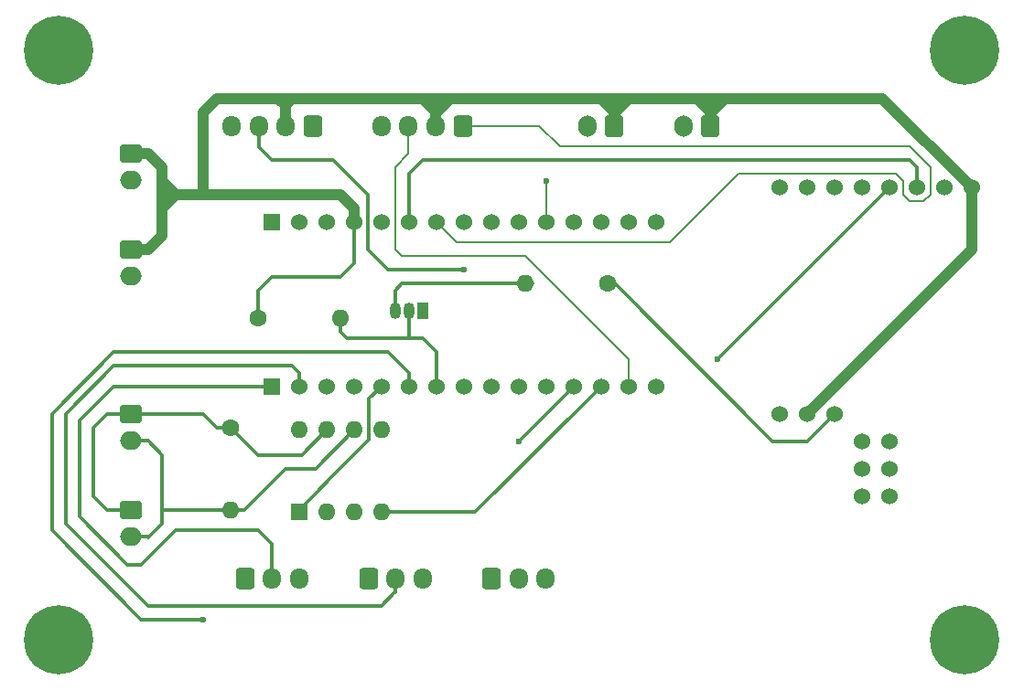
<source format=gbr>
%TF.GenerationSoftware,KiCad,Pcbnew,7.0.5*%
%TF.CreationDate,2023-08-26T23:21:22+09:00*%
%TF.ProjectId,Motherbord_Master,4d6f7468-6572-4626-9f72-645f4d617374,rev?*%
%TF.SameCoordinates,Original*%
%TF.FileFunction,Copper,L1,Top*%
%TF.FilePolarity,Positive*%
%FSLAX46Y46*%
G04 Gerber Fmt 4.6, Leading zero omitted, Abs format (unit mm)*
G04 Created by KiCad (PCBNEW 7.0.5) date 2023-08-26 23:21:22*
%MOMM*%
%LPD*%
G01*
G04 APERTURE LIST*
G04 Aperture macros list*
%AMRoundRect*
0 Rectangle with rounded corners*
0 $1 Rounding radius*
0 $2 $3 $4 $5 $6 $7 $8 $9 X,Y pos of 4 corners*
0 Add a 4 corners polygon primitive as box body*
4,1,4,$2,$3,$4,$5,$6,$7,$8,$9,$2,$3,0*
0 Add four circle primitives for the rounded corners*
1,1,$1+$1,$2,$3*
1,1,$1+$1,$4,$5*
1,1,$1+$1,$6,$7*
1,1,$1+$1,$8,$9*
0 Add four rect primitives between the rounded corners*
20,1,$1+$1,$2,$3,$4,$5,0*
20,1,$1+$1,$4,$5,$6,$7,0*
20,1,$1+$1,$6,$7,$8,$9,0*
20,1,$1+$1,$8,$9,$2,$3,0*%
G04 Aperture macros list end*
%TA.AperFunction,ComponentPad*%
%ADD10RoundRect,0.250000X0.600000X0.725000X-0.600000X0.725000X-0.600000X-0.725000X0.600000X-0.725000X0*%
%TD*%
%TA.AperFunction,ComponentPad*%
%ADD11O,1.700000X1.950000*%
%TD*%
%TA.AperFunction,ComponentPad*%
%ADD12C,0.800000*%
%TD*%
%TA.AperFunction,ComponentPad*%
%ADD13C,6.400000*%
%TD*%
%TA.AperFunction,ComponentPad*%
%ADD14RoundRect,0.250000X0.600000X0.750000X-0.600000X0.750000X-0.600000X-0.750000X0.600000X-0.750000X0*%
%TD*%
%TA.AperFunction,ComponentPad*%
%ADD15O,1.700000X2.000000*%
%TD*%
%TA.AperFunction,ComponentPad*%
%ADD16RoundRect,0.250000X-0.600000X-0.725000X0.600000X-0.725000X0.600000X0.725000X-0.600000X0.725000X0*%
%TD*%
%TA.AperFunction,ComponentPad*%
%ADD17R,1.530000X1.530000*%
%TD*%
%TA.AperFunction,ComponentPad*%
%ADD18C,1.530000*%
%TD*%
%TA.AperFunction,ComponentPad*%
%ADD19RoundRect,0.250000X-0.750000X0.600000X-0.750000X-0.600000X0.750000X-0.600000X0.750000X0.600000X0*%
%TD*%
%TA.AperFunction,ComponentPad*%
%ADD20O,2.000000X1.700000*%
%TD*%
%TA.AperFunction,ComponentPad*%
%ADD21R,1.050000X1.500000*%
%TD*%
%TA.AperFunction,ComponentPad*%
%ADD22O,1.050000X1.500000*%
%TD*%
%TA.AperFunction,ComponentPad*%
%ADD23R,1.600000X1.600000*%
%TD*%
%TA.AperFunction,ComponentPad*%
%ADD24O,1.600000X1.600000*%
%TD*%
%TA.AperFunction,ComponentPad*%
%ADD25C,1.600000*%
%TD*%
%TA.AperFunction,ComponentPad*%
%ADD26C,1.524000*%
%TD*%
%TA.AperFunction,ViaPad*%
%ADD27C,0.600000*%
%TD*%
%TA.AperFunction,Conductor*%
%ADD28C,0.200000*%
%TD*%
%TA.AperFunction,Conductor*%
%ADD29C,1.000000*%
%TD*%
%TA.AperFunction,Conductor*%
%ADD30C,0.300000*%
%TD*%
%TA.AperFunction,Conductor*%
%ADD31C,0.500000*%
%TD*%
G04 APERTURE END LIST*
D10*
%TO.P,J3,1,Pin_1*%
%TO.N,enc_2_b*%
X148470000Y-72390000D03*
D11*
%TO.P,J3,2,Pin_2*%
%TO.N,+5V*%
X145970000Y-72390000D03*
%TO.P,J3,3,Pin_3*%
%TO.N,enc_2_a*%
X143470000Y-72390000D03*
%TO.P,J3,4,Pin_4*%
%TO.N,GND*%
X140970000Y-72390000D03*
%TD*%
D12*
%TO.P,H2,1*%
%TO.N,N/C*%
X192545000Y-120015000D03*
X193247944Y-118317944D03*
X193247944Y-121712056D03*
X194945000Y-117615000D03*
D13*
X194945000Y-120015000D03*
D12*
X194945000Y-122415000D03*
X196642056Y-118317944D03*
X196642056Y-121712056D03*
X197345000Y-120015000D03*
%TD*%
D14*
%TO.P,J5,1,Pin_1*%
%TO.N,+5V*%
X162520000Y-72390000D03*
D15*
%TO.P,J5,2,Pin_2*%
%TO.N,LIM_SW3*%
X160020000Y-72390000D03*
%TD*%
D16*
%TO.P,J9,1,Pin_1*%
%TO.N,Dir1*%
X128350000Y-114300000D03*
D11*
%TO.P,J9,2,Pin_2*%
%TO.N,PWM1*%
X130850000Y-114300000D03*
%TO.P,J9,3,Pin_3*%
%TO.N,GND*%
X133350000Y-114300000D03*
%TD*%
D17*
%TO.P,U1,1,D1/TX*%
%TO.N,PWM1*%
X130810000Y-96520000D03*
D18*
%TO.P,U1,2,D0/RX*%
%TO.N,PWM2*%
X133350000Y-96520000D03*
%TO.P,U1,3,RST*%
%TO.N,unconnected-(U1-RST-Pad3)*%
X135890000Y-96520000D03*
%TO.P,U1,4,GND*%
%TO.N,unconnected-(U1-GND-Pad4)*%
X138430000Y-96520000D03*
%TO.P,U1,5,D2*%
%TO.N,CAN_td*%
X140970000Y-96520000D03*
%TO.P,U1,6,D3*%
%TO.N,Dir1*%
X143510000Y-96520000D03*
%TO.P,U1,7,D4*%
%TO.N,Serial_RX*%
X146050000Y-96520000D03*
%TO.P,U1,8,D5*%
%TO.N,unconnected-(U1-D5-Pad8)*%
X148590000Y-96520000D03*
%TO.P,U1,9,D6*%
%TO.N,enc_1_b*%
X151130000Y-96520000D03*
%TO.P,U1,10,D7*%
%TO.N,unconnected-(U1-D7-Pad10)*%
X153670000Y-96520000D03*
%TO.P,U1,11,D8*%
%TO.N,unconnected-(U1-D8-Pad11)*%
X156210000Y-96520000D03*
%TO.P,U1,12,D9*%
%TO.N,PWM3*%
X158750000Y-96520000D03*
%TO.P,U1,13,D10*%
%TO.N,CAN_rd*%
X161290000Y-96520000D03*
%TO.P,U1,14,D11*%
%TO.N,enc_2_a*%
X163830000Y-96520000D03*
%TO.P,U1,15,D12*%
%TO.N,I2C_sda*%
X166370000Y-96520000D03*
%TO.P,U1,16,D13*%
%TO.N,unconnected-(U1-D13-Pad16)*%
X166370000Y-81280000D03*
%TO.P,U1,17,3v3*%
%TO.N,unconnected-(U1-3v3-Pad17)*%
X163830000Y-81280000D03*
%TO.P,U1,18,REF*%
%TO.N,unconnected-(U1-REF-Pad18)*%
X161290000Y-81280000D03*
%TO.P,U1,19,A0*%
%TO.N,enc_1_a*%
X158750000Y-81280000D03*
%TO.P,U1,20,A1*%
%TO.N,LIM_SW3*%
X156210000Y-81280000D03*
%TO.P,U1,21,A2*%
%TO.N,lim_SW1*%
X153670000Y-81280000D03*
%TO.P,U1,22,A3*%
%TO.N,Dir3*%
X151130000Y-81280000D03*
%TO.P,U1,23,A4*%
%TO.N,Dir2*%
X148590000Y-81280000D03*
%TO.P,U1,24,A5*%
%TO.N,enc_2_b*%
X146050000Y-81280000D03*
%TO.P,U1,25,A6*%
%TO.N,I2C_scl*%
X143510000Y-81280000D03*
%TO.P,U1,26,A7*%
%TO.N,unconnected-(U1-A7-Pad26)*%
X140970000Y-81280000D03*
%TO.P,U1,27,5V*%
%TO.N,+5V*%
X138430000Y-81280000D03*
%TO.P,U1,28,RST*%
%TO.N,unconnected-(U1-RST-Pad28)*%
X135890000Y-81280000D03*
%TO.P,U1,29,GND*%
%TO.N,GND*%
X133350000Y-81280000D03*
D17*
%TO.P,U1,30,VIN*%
%TO.N,unconnected-(U1-VIN-Pad30)*%
X130810000Y-81280000D03*
%TD*%
D12*
%TO.P,H4,1*%
%TO.N,N/C*%
X108725000Y-65405000D03*
X109427944Y-63707944D03*
X109427944Y-67102056D03*
X111125000Y-63005000D03*
D13*
X111125000Y-65405000D03*
D12*
X111125000Y-67805000D03*
X112822056Y-63707944D03*
X112822056Y-67102056D03*
X113525000Y-65405000D03*
%TD*%
D14*
%TO.P,J4,1,Pin_1*%
%TO.N,+5V*%
X171410000Y-72390000D03*
D15*
%TO.P,J4,2,Pin_2*%
%TO.N,lim_SW1*%
X168910000Y-72390000D03*
%TD*%
D19*
%TO.P,J1,1,Pin_1*%
%TO.N,CAN_H*%
X117750000Y-99080000D03*
D20*
%TO.P,J1,2,Pin_2*%
%TO.N,CAN_L*%
X117750000Y-101580000D03*
%TD*%
D16*
%TO.P,J11,1,Pin_1*%
%TO.N,Dir3*%
X151170000Y-114300000D03*
D11*
%TO.P,J11,2,Pin_2*%
%TO.N,PWM3*%
X153670000Y-114300000D03*
%TO.P,J11,3,Pin_3*%
%TO.N,GND*%
X156170000Y-114300000D03*
%TD*%
D19*
%TO.P,J15,1,Pin_1*%
%TO.N,+5V*%
X117750000Y-74950000D03*
D20*
%TO.P,J15,2,Pin_2*%
%TO.N,GND*%
X117750000Y-77450000D03*
%TD*%
D16*
%TO.P,J10,1,Pin_1*%
%TO.N,Dir2*%
X139780000Y-114300000D03*
D11*
%TO.P,J10,2,Pin_2*%
%TO.N,PWM2*%
X142280000Y-114300000D03*
%TO.P,J10,3,Pin_3*%
%TO.N,GND*%
X144780000Y-114300000D03*
%TD*%
D21*
%TO.P,Q1,1,E*%
%TO.N,GND*%
X144780000Y-89535000D03*
D22*
%TO.P,Q1,2,C*%
%TO.N,Serial_RX*%
X143510000Y-89535000D03*
%TO.P,Q1,3,B*%
%TO.N,Net-(Q1-B)*%
X142240000Y-89535000D03*
%TD*%
D12*
%TO.P,H1,1*%
%TO.N,N/C*%
X192545000Y-65405000D03*
X193247944Y-63707944D03*
X193247944Y-67102056D03*
X194945000Y-63005000D03*
D13*
X194945000Y-65405000D03*
D12*
X194945000Y-67805000D03*
X196642056Y-63707944D03*
X196642056Y-67102056D03*
X197345000Y-65405000D03*
%TD*%
%TO.P,H3,1*%
%TO.N,N/C*%
X108725000Y-120015000D03*
X109427944Y-118317944D03*
X109427944Y-121712056D03*
X111125000Y-117615000D03*
D13*
X111125000Y-120015000D03*
D12*
X111125000Y-122415000D03*
X112822056Y-118317944D03*
X112822056Y-121712056D03*
X113525000Y-120015000D03*
%TD*%
D23*
%TO.P,U2,1,TXD*%
%TO.N,CAN_td*%
X133360000Y-108180000D03*
D24*
%TO.P,U2,2,VSS*%
%TO.N,GND*%
X135900000Y-108180000D03*
%TO.P,U2,3,VDD*%
%TO.N,+5V*%
X138440000Y-108180000D03*
%TO.P,U2,4,RXD*%
%TO.N,CAN_rd*%
X140980000Y-108180000D03*
%TO.P,U2,5,SPLIT*%
%TO.N,unconnected-(U2-SPLIT-Pad5)*%
X140980000Y-100560000D03*
%TO.P,U2,6,CANL*%
%TO.N,CAN_L*%
X138440000Y-100560000D03*
%TO.P,U2,7,CANH*%
%TO.N,CAN_H*%
X135900000Y-100560000D03*
%TO.P,U2,8,STBY*%
%TO.N,GND*%
X133360000Y-100560000D03*
%TD*%
D19*
%TO.P,J14,1,Pin_1*%
%TO.N,+5V*%
X117750000Y-83840000D03*
D20*
%TO.P,J14,2,Pin_2*%
%TO.N,GND*%
X117750000Y-86340000D03*
%TD*%
D10*
%TO.P,J7,1,Pin_1*%
%TO.N,enc_1_a*%
X134620000Y-72390000D03*
D11*
%TO.P,J7,2,Pin_2*%
%TO.N,+5V*%
X132120000Y-72390000D03*
%TO.P,J7,3,Pin_3*%
%TO.N,enc_1_b*%
X129620000Y-72390000D03*
%TO.P,J7,4,Pin_4*%
%TO.N,GND*%
X127120000Y-72390000D03*
%TD*%
D19*
%TO.P,J2,1,Pin_1*%
%TO.N,CAN_H*%
X117750000Y-107970000D03*
D20*
%TO.P,J2,2,Pin_2*%
%TO.N,CAN_L*%
X117750000Y-110470000D03*
%TD*%
D25*
%TO.P,R3,1*%
%TO.N,S.BUS_TX*%
X161925000Y-86995000D03*
D24*
%TO.P,R3,2*%
%TO.N,Net-(Q1-B)*%
X154305000Y-86995000D03*
%TD*%
D25*
%TO.P,R2,1*%
%TO.N,+5V*%
X129540000Y-90170000D03*
D24*
%TO.P,R2,2*%
%TO.N,Serial_RX*%
X137160000Y-90170000D03*
%TD*%
D26*
%TO.P,J16,*%
%TO.N,*%
X185420000Y-101600000D03*
X185420000Y-104140000D03*
X185420000Y-106680000D03*
X187960000Y-101600000D03*
X187960000Y-104140000D03*
X187960000Y-106680000D03*
%TO.P,J16,1,Pin_1*%
%TO.N,GND*%
X177800000Y-99060000D03*
%TO.P,J16,2,Pin_2*%
%TO.N,+5V*%
X180340000Y-99060000D03*
%TO.P,J16,3,Pin_3*%
%TO.N,S.BUS_TX*%
X182880000Y-99060000D03*
%TD*%
D25*
%TO.P,R1,1*%
%TO.N,CAN_H*%
X127000000Y-100330000D03*
D24*
%TO.P,R1,2*%
%TO.N,CAN_L*%
X127000000Y-107950000D03*
%TD*%
D26*
%TO.P,U3,1,VCC*%
%TO.N,+5V*%
X195580000Y-78105000D03*
%TO.P,U3,2,GND*%
%TO.N,GND*%
X193040000Y-78105000D03*
%TO.P,U3,3,SCL*%
%TO.N,I2C_scl*%
X190500000Y-78105000D03*
%TO.P,U3,4,SDA*%
%TO.N,I2C_sda*%
X187960000Y-78105000D03*
%TO.P,U3,5,XDA*%
%TO.N,unconnected-(U3-XDA-Pad5)*%
X185420000Y-78105000D03*
%TO.P,U3,6,XCL*%
%TO.N,unconnected-(U3-XCL-Pad6)*%
X182880000Y-78105000D03*
%TO.P,U3,7,ADD*%
%TO.N,unconnected-(U3-ADD-Pad7)*%
X180340000Y-78105000D03*
%TO.P,U3,8,INT*%
%TO.N,unconnected-(U3-INT-Pad8)*%
X177800000Y-78105000D03*
%TD*%
D27*
%TO.N,LIM_SW3*%
X156210000Y-77470000D03*
%TO.N,enc_1_b*%
X148590000Y-85725000D03*
%TO.N,Dir1*%
X124460000Y-118110000D03*
%TO.N,PWM3*%
X153670000Y-101600000D03*
%TO.N,I2C_sda*%
X172085000Y-93980000D03*
%TD*%
D28*
%TO.N,enc_2_b*%
X147955000Y-83185000D02*
X146050000Y-81280000D01*
X167640000Y-83185000D02*
X147955000Y-83185000D01*
X173990000Y-76835000D02*
X167640000Y-83185000D01*
X188595000Y-76835000D02*
X173990000Y-76835000D01*
X189230000Y-77470000D02*
X188595000Y-76835000D01*
X189230000Y-78740000D02*
X189230000Y-77470000D01*
X189865000Y-79375000D02*
X189230000Y-78740000D01*
X191135000Y-79375000D02*
X189865000Y-79375000D01*
X191770000Y-78740000D02*
X191135000Y-79375000D01*
X191770000Y-76200000D02*
X191770000Y-78740000D01*
X189865000Y-74295000D02*
X191770000Y-76200000D01*
X155575000Y-72390000D02*
X157480000Y-74295000D01*
X148470000Y-72390000D02*
X155575000Y-72390000D01*
X157480000Y-74295000D02*
X189865000Y-74295000D01*
%TO.N,enc_2_a*%
X163830000Y-93980000D02*
X163830000Y-96520000D01*
X154305000Y-84455000D02*
X163830000Y-93980000D01*
X142240000Y-83820000D02*
X142875000Y-84455000D01*
X142240000Y-76200000D02*
X142240000Y-83820000D01*
X143470000Y-72390000D02*
X143470000Y-74970000D01*
X143470000Y-74970000D02*
X142240000Y-76200000D01*
X142875000Y-84455000D02*
X154305000Y-84455000D01*
D29*
%TO.N,+5V*%
X146050000Y-71120000D02*
X147320000Y-69850000D01*
X145970000Y-71120000D02*
X146050000Y-71120000D01*
X145970000Y-71120000D02*
X145970000Y-71040000D01*
X135890000Y-69850000D02*
X144780000Y-69850000D01*
X144780000Y-69850000D02*
X146050000Y-69850000D01*
X145970000Y-71040000D02*
X144780000Y-69850000D01*
X145970000Y-71120000D02*
X145970000Y-72390000D01*
X145970000Y-69930000D02*
X145970000Y-71120000D01*
X146050000Y-69850000D02*
X147320000Y-69850000D01*
X146050000Y-69850000D02*
X145970000Y-69930000D01*
X132080000Y-70485000D02*
X131445000Y-69850000D01*
X132120000Y-70485000D02*
X132080000Y-70485000D01*
X131445000Y-69850000D02*
X132080000Y-69850000D01*
X125730000Y-69850000D02*
X131445000Y-69850000D01*
X132120000Y-70485000D02*
X132120000Y-70445000D01*
X132715000Y-69850000D02*
X133350000Y-69850000D01*
X132120000Y-70445000D02*
X132715000Y-69850000D01*
X132080000Y-69850000D02*
X132715000Y-69850000D01*
X132120000Y-70485000D02*
X132120000Y-72390000D01*
X132120000Y-69890000D02*
X132120000Y-70485000D01*
X132080000Y-69850000D02*
X132120000Y-69890000D01*
D30*
%TO.N,CAN_H*%
X115570000Y-107950000D02*
X114300000Y-106680000D01*
X114300000Y-106680000D02*
X114300000Y-100330000D01*
D31*
X117750000Y-107970000D02*
X117730000Y-107950000D01*
D30*
X129540000Y-102870000D02*
X133590000Y-102870000D01*
X114300000Y-100330000D02*
X115570000Y-99060000D01*
X117730000Y-107950000D02*
X115570000Y-107950000D01*
X127000000Y-100330000D02*
X129540000Y-102870000D01*
X117750000Y-99080000D02*
X124440000Y-99080000D01*
X115590000Y-99080000D02*
X117750000Y-99080000D01*
X125730000Y-100330000D02*
X127000000Y-100330000D01*
X133590000Y-102870000D02*
X135900000Y-100560000D01*
X124460000Y-99060000D02*
X125730000Y-100330000D01*
%TO.N,CAN_L*%
X132080000Y-104140000D02*
X134860000Y-104140000D01*
X127000000Y-107950000D02*
X128270000Y-107950000D01*
X120650000Y-102870000D02*
X120650000Y-107315000D01*
X120650000Y-109220000D02*
X119380000Y-110490000D01*
X117750000Y-101580000D02*
X119360000Y-101580000D01*
X120650000Y-107950000D02*
X121285000Y-107950000D01*
X120650000Y-108585000D02*
X120650000Y-109220000D01*
X119360000Y-101580000D02*
X120650000Y-102870000D01*
X120650000Y-107315000D02*
X120650000Y-107950000D01*
X120650000Y-107950000D02*
X120650000Y-108585000D01*
X134860000Y-104140000D02*
X138440000Y-100560000D01*
X119360000Y-110470000D02*
X117750000Y-110470000D01*
X128270000Y-107950000D02*
X132080000Y-104140000D01*
X119380000Y-110490000D02*
X119360000Y-110470000D01*
X121285000Y-107950000D02*
X127000000Y-107950000D01*
D29*
%TO.N,+5V*%
X162520000Y-71120000D02*
X162520000Y-69890000D01*
X148590000Y-69850000D02*
X149860000Y-69850000D01*
X120650000Y-76200000D02*
X120650000Y-77470000D01*
X117750000Y-74950000D02*
X117770000Y-74930000D01*
X171390000Y-71120000D02*
X171390000Y-69910000D01*
D30*
X129540000Y-90170000D02*
X129540000Y-87630000D01*
D29*
X195580000Y-78105000D02*
X195580000Y-83820000D01*
X171450000Y-71120000D02*
X172720000Y-69850000D01*
X120650000Y-77470000D02*
X120650000Y-78740000D01*
X163830000Y-69850000D02*
X170180000Y-69850000D01*
X121920000Y-78740000D02*
X120650000Y-80010000D01*
X120650000Y-82550000D02*
X119360000Y-83840000D01*
X138430000Y-81280000D02*
X138430000Y-80010000D01*
X135890000Y-78740000D02*
X137160000Y-78740000D01*
D30*
X130810000Y-86360000D02*
X137160000Y-86360000D01*
D29*
X138430000Y-80010000D02*
X137160000Y-78740000D01*
X124460000Y-78740000D02*
X135890000Y-78740000D01*
D30*
X138430000Y-85090000D02*
X138430000Y-82745000D01*
X129540000Y-87630000D02*
X130810000Y-86360000D01*
D29*
X172720000Y-69850000D02*
X179070000Y-69850000D01*
X162560000Y-69850000D02*
X163830000Y-69850000D01*
D30*
X137160000Y-86360000D02*
X138430000Y-85090000D01*
D29*
X170180000Y-69850000D02*
X171450000Y-69850000D01*
X120650000Y-78740000D02*
X120650000Y-80010000D01*
X133350000Y-69850000D02*
X134620000Y-69850000D01*
X171390000Y-72390000D02*
X171390000Y-71120000D01*
X162560000Y-71120000D02*
X161290000Y-69850000D01*
X149860000Y-69850000D02*
X161290000Y-69850000D01*
X124460000Y-71120000D02*
X125730000Y-69850000D01*
X162520000Y-71120000D02*
X162560000Y-71120000D01*
X120650000Y-78740000D02*
X121920000Y-78740000D01*
X180340000Y-69850000D02*
X181610000Y-69850000D01*
X171390000Y-71120000D02*
X171450000Y-71120000D01*
X179070000Y-69850000D02*
X180340000Y-69850000D01*
X147320000Y-69850000D02*
X148590000Y-69850000D01*
X119360000Y-83840000D02*
X117750000Y-83840000D01*
X187325000Y-69850000D02*
X195580000Y-78105000D01*
X134620000Y-69850000D02*
X135890000Y-69850000D01*
X171450000Y-69850000D02*
X172720000Y-69850000D01*
D30*
X138430000Y-81280000D02*
X138430000Y-82550000D01*
D29*
X181610000Y-69850000D02*
X187325000Y-69850000D01*
X171450000Y-71120000D02*
X170180000Y-69850000D01*
X161290000Y-69850000D02*
X162560000Y-69850000D01*
X120650000Y-80010000D02*
X120650000Y-82550000D01*
X117770000Y-74930000D02*
X119380000Y-74930000D01*
X120650000Y-77470000D02*
X121920000Y-78740000D01*
X162520000Y-69890000D02*
X162560000Y-69850000D01*
X171390000Y-69910000D02*
X171450000Y-69850000D01*
X124460000Y-78740000D02*
X124460000Y-71120000D01*
X195580000Y-83820000D02*
X180340000Y-99060000D01*
X162560000Y-71120000D02*
X163830000Y-69850000D01*
X162520000Y-72390000D02*
X162520000Y-71120000D01*
X119380000Y-74930000D02*
X120650000Y-76200000D01*
X121920000Y-78740000D02*
X124460000Y-78740000D01*
D28*
%TO.N,LIM_SW3*%
X156210000Y-81280000D02*
X156210000Y-78105000D01*
X156210000Y-77470000D02*
X156210000Y-78740000D01*
D30*
%TO.N,enc_1_b*%
X130810000Y-75565000D02*
X136525000Y-75565000D01*
X139700000Y-78740000D02*
X139700000Y-83820000D01*
X129620000Y-72390000D02*
X129620000Y-74375000D01*
X139700000Y-83820000D02*
X141605000Y-85725000D01*
X129620000Y-74375000D02*
X130810000Y-75565000D01*
X141605000Y-85725000D02*
X148590000Y-85725000D01*
X136525000Y-75565000D02*
X139700000Y-78740000D01*
%TO.N,PWM1*%
X121920000Y-109855000D02*
X129540000Y-109855000D01*
X113030000Y-99695000D02*
X113030000Y-108585000D01*
X129540000Y-109855000D02*
X130810000Y-111125000D01*
X116205000Y-96520000D02*
X113030000Y-99695000D01*
X130810000Y-111125000D02*
X130810000Y-112395000D01*
X113030000Y-108585000D02*
X117475000Y-113030000D01*
X130810000Y-96520000D02*
X116205000Y-96520000D01*
X117475000Y-113030000D02*
X118745000Y-113030000D01*
X130810000Y-111760000D02*
X130810000Y-113665000D01*
X118745000Y-113030000D02*
X121920000Y-109855000D01*
%TO.N,Dir1*%
X141605000Y-93345000D02*
X116205000Y-93345000D01*
X143510000Y-95250000D02*
X141605000Y-93345000D01*
X143510000Y-96520000D02*
X143510000Y-95250000D01*
X116205000Y-93345000D02*
X110490000Y-99060000D01*
X110490000Y-99060000D02*
X110490000Y-109855000D01*
X110490000Y-109855000D02*
X118745000Y-118110000D01*
X118745000Y-118110000D02*
X124460000Y-118110000D01*
%TO.N,PWM2*%
X142185000Y-115625000D02*
X140970000Y-116840000D01*
X140970000Y-116840000D02*
X119380000Y-116840000D01*
X119380000Y-116840000D02*
X111760000Y-109220000D01*
X111760000Y-109220000D02*
X111760000Y-99060000D01*
X116205000Y-94615000D02*
X132715000Y-94615000D01*
X111760000Y-99060000D02*
X116205000Y-94615000D01*
X142240000Y-115625000D02*
X142185000Y-115625000D01*
X132715000Y-94615000D02*
X133350000Y-95250000D01*
X133350000Y-95250000D02*
X133350000Y-96520000D01*
X142240000Y-114300000D02*
X142240000Y-115570000D01*
%TO.N,PWM3*%
X158750000Y-96520000D02*
X153670000Y-101600000D01*
%TO.N,S.BUS_TX*%
X177165000Y-101600000D02*
X180340000Y-101600000D01*
X180340000Y-101600000D02*
X182880000Y-99060000D01*
X162560000Y-86995000D02*
X177165000Y-101600000D01*
%TO.N,I2C_sda*%
X187960000Y-78105000D02*
X172085000Y-93980000D01*
%TO.N,Serial_RX*%
X143510000Y-92075000D02*
X143510000Y-89535000D01*
X137160000Y-90170000D02*
X137160000Y-91440000D01*
X137160000Y-91440000D02*
X137795000Y-92075000D01*
X137795000Y-92075000D02*
X143510000Y-92075000D01*
X143510000Y-92075000D02*
X144780000Y-92075000D01*
X144780000Y-92075000D02*
X146050000Y-93345000D01*
X146050000Y-94615000D02*
X146050000Y-95885000D01*
X146050000Y-93345000D02*
X146050000Y-95405000D01*
%TO.N,CAN_td*%
X133360000Y-108180000D02*
X133360000Y-107940000D01*
X140970000Y-96520000D02*
X139830000Y-97660000D01*
X135890000Y-105410000D02*
X134620000Y-106680000D01*
X139830000Y-97660000D02*
X139830000Y-101470000D01*
X133360000Y-107940000D02*
X134620000Y-106680000D01*
X139830000Y-101470000D02*
X135255000Y-106045000D01*
%TO.N,CAN_rd*%
X149630000Y-108180000D02*
X160020000Y-97790000D01*
X161290000Y-96520000D02*
X160020000Y-97790000D01*
X140980000Y-108180000D02*
X149630000Y-108180000D01*
%TO.N,I2C_scl*%
X190500000Y-78105000D02*
X190500000Y-76200000D01*
X144780000Y-75565000D02*
X143510000Y-76835000D01*
X143510000Y-76835000D02*
X143510000Y-80010000D01*
X189865000Y-75565000D02*
X144780000Y-75565000D01*
X190500000Y-76200000D02*
X189865000Y-75565000D01*
X143510000Y-80010000D02*
X143510000Y-81280000D01*
%TO.N,Net-(Q1-B)*%
X142875000Y-86995000D02*
X143510000Y-86995000D01*
X154940000Y-86995000D02*
X143510000Y-86995000D01*
X142240000Y-89535000D02*
X142240000Y-87630000D01*
X142240000Y-87630000D02*
X142875000Y-86995000D01*
%TD*%
M02*

</source>
